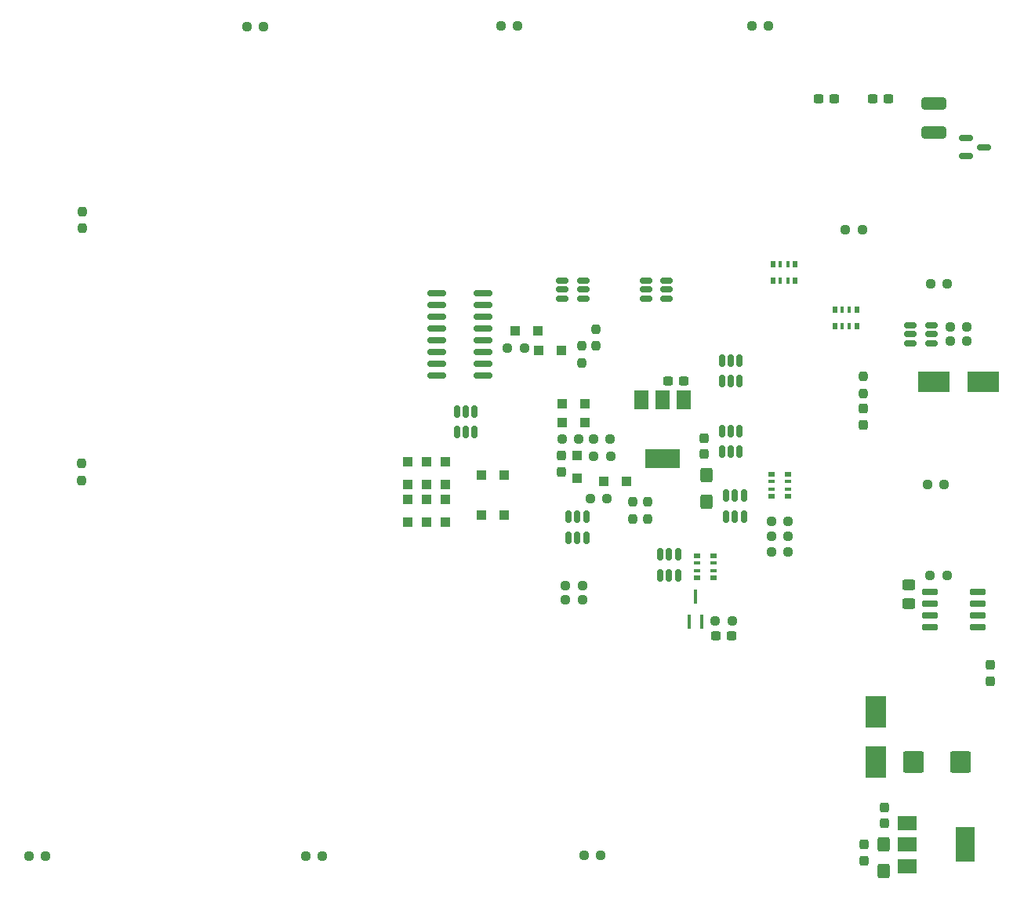
<source format=gbr>
%TF.GenerationSoftware,KiCad,Pcbnew,6.0.10*%
%TF.CreationDate,2023-03-14T21:17:13+03:00*%
%TF.ProjectId,multistepper,6d756c74-6973-4746-9570-7065722e6b69,rev?*%
%TF.SameCoordinates,Original*%
%TF.FileFunction,Paste,Bot*%
%TF.FilePolarity,Positive*%
%FSLAX46Y46*%
G04 Gerber Fmt 4.6, Leading zero omitted, Abs format (unit mm)*
G04 Created by KiCad (PCBNEW 6.0.10) date 2023-03-14 21:17:13*
%MOMM*%
%LPD*%
G01*
G04 APERTURE LIST*
G04 Aperture macros list*
%AMRoundRect*
0 Rectangle with rounded corners*
0 $1 Rounding radius*
0 $2 $3 $4 $5 $6 $7 $8 $9 X,Y pos of 4 corners*
0 Add a 4 corners polygon primitive as box body*
4,1,4,$2,$3,$4,$5,$6,$7,$8,$9,$2,$3,0*
0 Add four circle primitives for the rounded corners*
1,1,$1+$1,$2,$3*
1,1,$1+$1,$4,$5*
1,1,$1+$1,$6,$7*
1,1,$1+$1,$8,$9*
0 Add four rect primitives between the rounded corners*
20,1,$1+$1,$2,$3,$4,$5,0*
20,1,$1+$1,$4,$5,$6,$7,0*
20,1,$1+$1,$6,$7,$8,$9,0*
20,1,$1+$1,$8,$9,$2,$3,0*%
G04 Aperture macros list end*
%ADD10RoundRect,0.150000X-0.512500X-0.150000X0.512500X-0.150000X0.512500X0.150000X-0.512500X0.150000X0*%
%ADD11RoundRect,0.237500X-0.250000X-0.237500X0.250000X-0.237500X0.250000X0.237500X-0.250000X0.237500X0*%
%ADD12RoundRect,0.250000X-0.425000X0.537500X-0.425000X-0.537500X0.425000X-0.537500X0.425000X0.537500X0*%
%ADD13R,1.000000X1.000000*%
%ADD14R,0.500000X0.800000*%
%ADD15R,0.400000X0.800000*%
%ADD16R,0.800000X0.500000*%
%ADD17R,0.800000X0.400000*%
%ADD18RoundRect,0.150000X-0.587500X-0.150000X0.587500X-0.150000X0.587500X0.150000X-0.587500X0.150000X0*%
%ADD19RoundRect,0.150000X-0.150000X0.512500X-0.150000X-0.512500X0.150000X-0.512500X0.150000X0.512500X0*%
%ADD20RoundRect,0.237500X0.250000X0.237500X-0.250000X0.237500X-0.250000X-0.237500X0.250000X-0.237500X0*%
%ADD21RoundRect,0.237500X-0.237500X0.300000X-0.237500X-0.300000X0.237500X-0.300000X0.237500X0.300000X0*%
%ADD22RoundRect,0.150000X0.825000X0.150000X-0.825000X0.150000X-0.825000X-0.150000X0.825000X-0.150000X0*%
%ADD23RoundRect,0.150000X0.512500X0.150000X-0.512500X0.150000X-0.512500X-0.150000X0.512500X-0.150000X0*%
%ADD24RoundRect,0.237500X-0.237500X0.250000X-0.237500X-0.250000X0.237500X-0.250000X0.237500X0.250000X0*%
%ADD25RoundRect,0.237500X0.300000X0.237500X-0.300000X0.237500X-0.300000X-0.237500X0.300000X-0.237500X0*%
%ADD26RoundRect,0.237500X0.237500X-0.250000X0.237500X0.250000X-0.237500X0.250000X-0.237500X-0.250000X0*%
%ADD27RoundRect,0.250000X0.450000X-0.325000X0.450000X0.325000X-0.450000X0.325000X-0.450000X-0.325000X0*%
%ADD28R,2.300000X3.500000*%
%ADD29RoundRect,0.237500X0.237500X-0.300000X0.237500X0.300000X-0.237500X0.300000X-0.237500X-0.300000X0*%
%ADD30R,2.000000X1.500000*%
%ADD31R,2.000000X3.800000*%
%ADD32R,3.500000X2.300000*%
%ADD33RoundRect,0.237500X-0.300000X-0.237500X0.300000X-0.237500X0.300000X0.237500X-0.300000X0.237500X0*%
%ADD34RoundRect,0.250000X-0.875000X-0.925000X0.875000X-0.925000X0.875000X0.925000X-0.875000X0.925000X0*%
%ADD35R,0.450000X1.500000*%
%ADD36RoundRect,0.150000X-0.725000X-0.150000X0.725000X-0.150000X0.725000X0.150000X-0.725000X0.150000X0*%
%ADD37R,1.500000X2.000000*%
%ADD38R,3.800000X2.000000*%
%ADD39RoundRect,0.250000X-1.075000X0.400000X-1.075000X-0.400000X1.075000X-0.400000X1.075000X0.400000X0*%
G04 APERTURE END LIST*
D10*
%TO.C,D3*%
X115189000Y-75880000D03*
X115189000Y-74930000D03*
X115189000Y-73980000D03*
X117464000Y-73980000D03*
X117464000Y-74930000D03*
X117464000Y-75880000D03*
%TD*%
D11*
%TO.C,R5*%
X137771500Y-103276400D03*
X139596500Y-103276400D03*
%TD*%
%TO.C,R8*%
X118213500Y-97536000D03*
X120038500Y-97536000D03*
%TD*%
%TO.C,R12*%
X118619900Y-92913200D03*
X120444900Y-92913200D03*
%TD*%
D12*
%TO.C,C28*%
X149910800Y-134874000D03*
X149910800Y-137749000D03*
%TD*%
D13*
%TO.C,D20*%
X116840000Y-95331600D03*
X116840000Y-92831600D03*
%TD*%
%TO.C,D23*%
X112623600Y-81483200D03*
X115123600Y-81483200D03*
%TD*%
D14*
%TO.C,RN3*%
X147021400Y-78903400D03*
D15*
X146221400Y-78903400D03*
X145421400Y-78903400D03*
D14*
X144621400Y-78903400D03*
X144621400Y-77103400D03*
D15*
X145421400Y-77103400D03*
X146221400Y-77103400D03*
D14*
X147021400Y-77103400D03*
%TD*%
D13*
%TO.C,D10*%
X100584000Y-100056000D03*
X100584000Y-97556000D03*
%TD*%
%TO.C,D17*%
X100584000Y-95992000D03*
X100584000Y-93492000D03*
%TD*%
D16*
%TO.C,RN4*%
X137784000Y-97262800D03*
D17*
X137784000Y-96462800D03*
X137784000Y-95662800D03*
D16*
X137784000Y-94862800D03*
X139584000Y-94862800D03*
D17*
X139584000Y-95662800D03*
X139584000Y-96462800D03*
D16*
X139584000Y-97262800D03*
%TD*%
D18*
%TO.C,D24*%
X158828500Y-60487600D03*
X158828500Y-58587600D03*
X160703500Y-59537600D03*
%TD*%
D19*
%TO.C,D4*%
X103850400Y-88067300D03*
X104800400Y-88067300D03*
X105750400Y-88067300D03*
X105750400Y-90342300D03*
X104800400Y-90342300D03*
X103850400Y-90342300D03*
%TD*%
D20*
%TO.C,R16*%
X158900500Y-80524000D03*
X157075500Y-80524000D03*
%TD*%
D11*
%TO.C,R6*%
X109272700Y-81280000D03*
X111097700Y-81280000D03*
%TD*%
D21*
%TO.C,C29*%
X147828000Y-134875100D03*
X147828000Y-136600100D03*
%TD*%
D20*
%TO.C,R34*%
X147622900Y-68503800D03*
X145797900Y-68503800D03*
%TD*%
D22*
%TO.C,U7*%
X106615000Y-75311000D03*
X106615000Y-76581000D03*
X106615000Y-77851000D03*
X106615000Y-79121000D03*
X106615000Y-80391000D03*
X106615000Y-81661000D03*
X106615000Y-82931000D03*
X106615000Y-84201000D03*
X101665000Y-84201000D03*
X101665000Y-82931000D03*
X101665000Y-81661000D03*
X101665000Y-80391000D03*
X101665000Y-79121000D03*
X101665000Y-77851000D03*
X101665000Y-76581000D03*
X101665000Y-75311000D03*
%TD*%
D13*
%TO.C,D12*%
X106446000Y-99314000D03*
X108946000Y-99314000D03*
%TD*%
D23*
%TO.C,D2*%
X126492000Y-73980000D03*
X126492000Y-74930000D03*
X126492000Y-75880000D03*
X124217000Y-75880000D03*
X124217000Y-74930000D03*
X124217000Y-73980000D03*
%TD*%
%TO.C,U3*%
X155061500Y-78812000D03*
X155061500Y-79762000D03*
X155061500Y-80712000D03*
X152786500Y-80712000D03*
X152786500Y-79762000D03*
X152786500Y-78812000D03*
%TD*%
D11*
%TO.C,R28*%
X135671650Y-46423200D03*
X137496650Y-46423200D03*
%TD*%
D24*
%TO.C,R37*%
X124434600Y-97868100D03*
X124434600Y-99693100D03*
%TD*%
D13*
%TO.C,D19*%
X108946000Y-94996000D03*
X106446000Y-94996000D03*
%TD*%
D11*
%TO.C,R26*%
X81145200Y-46546854D03*
X82970200Y-46546854D03*
%TD*%
%TO.C,R27*%
X108566275Y-46485027D03*
X110391275Y-46485027D03*
%TD*%
D25*
%TO.C,C10*%
X144575700Y-54356000D03*
X142850700Y-54356000D03*
%TD*%
D26*
%TO.C,R32*%
X63329200Y-95516400D03*
X63329200Y-93691400D03*
%TD*%
D13*
%TO.C,D9*%
X98552000Y-100056000D03*
X98552000Y-97556000D03*
%TD*%
%TO.C,D15*%
X110103600Y-79400400D03*
X112603600Y-79400400D03*
%TD*%
D27*
%TO.C,D25*%
X152654000Y-108873400D03*
X152654000Y-106823400D03*
%TD*%
D11*
%TO.C,R19*%
X154941900Y-105765600D03*
X156766900Y-105765600D03*
%TD*%
D13*
%TO.C,D21*%
X115183600Y-89306400D03*
X117683600Y-89306400D03*
%TD*%
D20*
%TO.C,R7*%
X116992400Y-91084400D03*
X115167400Y-91084400D03*
%TD*%
D14*
%TO.C,RN1*%
X137941200Y-72201200D03*
D15*
X138741200Y-72201200D03*
X139541200Y-72201200D03*
D14*
X140341200Y-72201200D03*
X140341200Y-74001200D03*
D15*
X139541200Y-74001200D03*
X138741200Y-74001200D03*
D14*
X137941200Y-74001200D03*
%TD*%
D19*
%TO.C,D7*%
X132908000Y-97160500D03*
X133858000Y-97160500D03*
X134808000Y-97160500D03*
X134808000Y-99435500D03*
X133858000Y-99435500D03*
X132908000Y-99435500D03*
%TD*%
D28*
%TO.C,D27*%
X149098000Y-120548400D03*
X149098000Y-125948400D03*
%TD*%
D13*
%TO.C,D11*%
X102616000Y-100056000D03*
X102616000Y-97556000D03*
%TD*%
D20*
%TO.C,R30*%
X89294800Y-136076800D03*
X87469800Y-136076800D03*
%TD*%
D29*
%TO.C,C27*%
X150012400Y-132586900D03*
X150012400Y-130861900D03*
%TD*%
D25*
%TO.C,C11*%
X150418800Y-54356000D03*
X148693800Y-54356000D03*
%TD*%
D29*
%TO.C,C13*%
X161442400Y-117194500D03*
X161442400Y-115469500D03*
%TD*%
D30*
%TO.C,U8*%
X152450000Y-137174000D03*
X152450000Y-134874000D03*
D31*
X158750000Y-134874000D03*
D30*
X152450000Y-132574000D03*
%TD*%
D19*
%TO.C,D6*%
X125796000Y-103510500D03*
X126746000Y-103510500D03*
X127696000Y-103510500D03*
X127696000Y-105785500D03*
X126746000Y-105785500D03*
X125796000Y-105785500D03*
%TD*%
D20*
%TO.C,R17*%
X158900500Y-79000000D03*
X157075500Y-79000000D03*
%TD*%
D32*
%TO.C,D22*%
X155296000Y-84923000D03*
X160696000Y-84923000D03*
%TD*%
D33*
%TO.C,C12*%
X131776300Y-112318800D03*
X133501300Y-112318800D03*
%TD*%
D12*
%TO.C,C16*%
X130810000Y-94980900D03*
X130810000Y-97855900D03*
%TD*%
D29*
%TO.C,C18*%
X130505200Y-92708900D03*
X130505200Y-90983900D03*
%TD*%
D26*
%TO.C,R22*%
X118872000Y-81026000D03*
X118872000Y-79201000D03*
%TD*%
D13*
%TO.C,D16*%
X98552000Y-95992000D03*
X98552000Y-93492000D03*
%TD*%
D20*
%TO.C,R31*%
X59433725Y-136076800D03*
X57608725Y-136076800D03*
%TD*%
D13*
%TO.C,D13*%
X122174000Y-95656400D03*
X119674000Y-95656400D03*
%TD*%
D19*
%TO.C,D1*%
X132433000Y-82561000D03*
X133383000Y-82561000D03*
X134333000Y-82561000D03*
X134333000Y-84836000D03*
X133383000Y-84836000D03*
X132433000Y-84836000D03*
%TD*%
D13*
%TO.C,D18*%
X102616000Y-95992000D03*
X102616000Y-93492000D03*
%TD*%
D11*
%TO.C,R15*%
X137771500Y-101600000D03*
X139596500Y-101600000D03*
%TD*%
D26*
%TO.C,R1*%
X147726400Y-86154900D03*
X147726400Y-84329900D03*
%TD*%
D34*
%TO.C,C17*%
X153101200Y-125933200D03*
X158201200Y-125933200D03*
%TD*%
D19*
%TO.C,D8*%
X132433000Y-90181000D03*
X133383000Y-90181000D03*
X134333000Y-90181000D03*
X134333000Y-92456000D03*
X133383000Y-92456000D03*
X132433000Y-92456000D03*
%TD*%
D29*
%TO.C,C8*%
X115112800Y-94588500D03*
X115112800Y-92863500D03*
%TD*%
D16*
%TO.C,RN2*%
X131557600Y-103651200D03*
D17*
X131557600Y-104451200D03*
X131557600Y-105251200D03*
D16*
X131557600Y-106051200D03*
X129757600Y-106051200D03*
D17*
X129757600Y-105251200D03*
X129757600Y-104451200D03*
D16*
X129757600Y-103651200D03*
%TD*%
D20*
%TO.C,R29*%
X119354800Y-136016800D03*
X117529800Y-136016800D03*
%TD*%
D25*
%TO.C,C15*%
X128319700Y-84836000D03*
X126594700Y-84836000D03*
%TD*%
D19*
%TO.C,D5*%
X115890000Y-99446500D03*
X116840000Y-99446500D03*
X117790000Y-99446500D03*
X117790000Y-101721500D03*
X116840000Y-101721500D03*
X115890000Y-101721500D03*
%TD*%
D21*
%TO.C,C3*%
X147726400Y-87783500D03*
X147726400Y-89508500D03*
%TD*%
D11*
%TO.C,R20*%
X131726300Y-110744000D03*
X133551300Y-110744000D03*
%TD*%
D24*
%TO.C,R21*%
X122809000Y-97868100D03*
X122809000Y-99693100D03*
%TD*%
D20*
%TO.C,R4*%
X156436700Y-95986600D03*
X154611700Y-95986600D03*
%TD*%
D11*
%TO.C,R3*%
X154967300Y-74345800D03*
X156792300Y-74345800D03*
%TD*%
D20*
%TO.C,R13*%
X120394100Y-91084400D03*
X118569100Y-91084400D03*
%TD*%
D24*
%TO.C,R38*%
X117271800Y-81027900D03*
X117271800Y-82852900D03*
%TD*%
D13*
%TO.C,D14*%
X117683600Y-87274400D03*
X115183600Y-87274400D03*
%TD*%
D35*
%TO.C,U4*%
X130240800Y-110753200D03*
X128940800Y-110753200D03*
X129590800Y-108093200D03*
%TD*%
D36*
%TO.C,Q2*%
X154905000Y-111379000D03*
X154905000Y-110109000D03*
X154905000Y-108839000D03*
X154905000Y-107569000D03*
X160055000Y-107569000D03*
X160055000Y-108839000D03*
X160055000Y-110109000D03*
X160055000Y-111379000D03*
%TD*%
D11*
%TO.C,R24*%
X115571900Y-108407200D03*
X117396900Y-108407200D03*
%TD*%
%TO.C,R14*%
X137771500Y-99923600D03*
X139596500Y-99923600D03*
%TD*%
%TO.C,R25*%
X115571900Y-106883200D03*
X117396900Y-106883200D03*
%TD*%
D37*
%TO.C,U6*%
X123734800Y-86868000D03*
D38*
X126034800Y-93168000D03*
D37*
X126034800Y-86868000D03*
X128334800Y-86868000D03*
%TD*%
D39*
%TO.C,R18*%
X155295600Y-54838000D03*
X155295600Y-57938000D03*
%TD*%
D26*
%TO.C,R23*%
X63357200Y-68328800D03*
X63357200Y-66503800D03*
%TD*%
M02*

</source>
